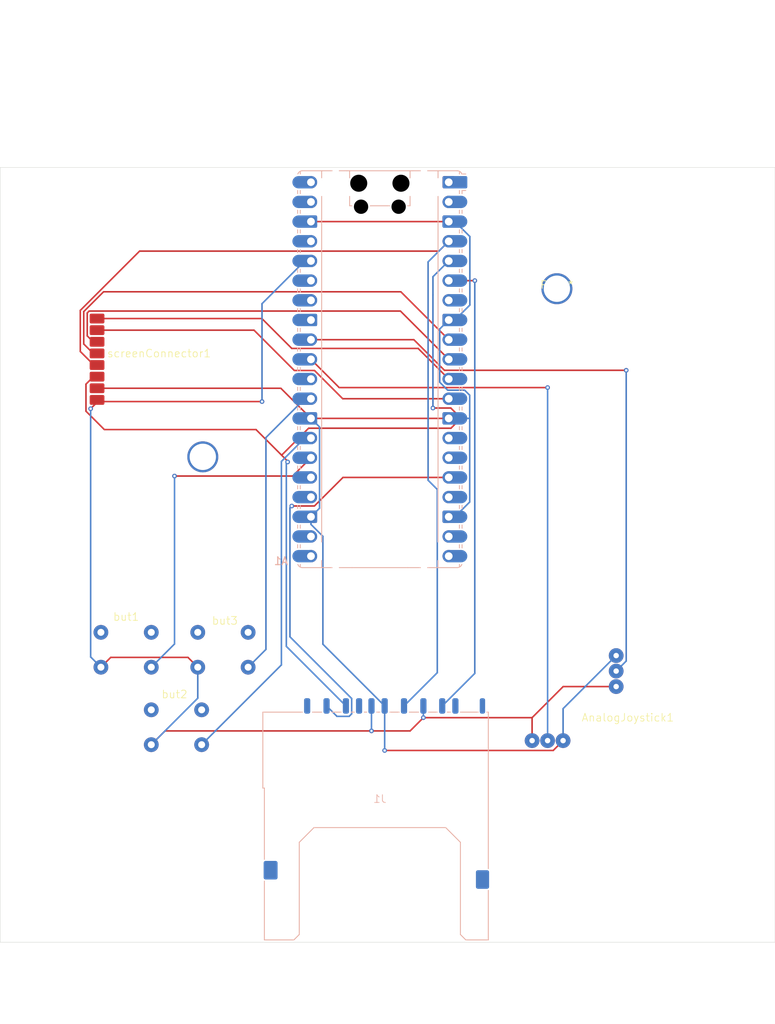
<source format=kicad_pcb>
(kicad_pcb (version 20241229) (generator "pcbnew") (generator_version "9.0")
  (title_block (title "WTAIFIPO") (date "2025-03-20") (rev "1") (company "Ozzys"))
  (layers (0 "F.Cu" signal) (2 "B.Cu" signal) (13 "F.Paste" user) (15 "B.Paste" user) (5 "F.SilkS" user "F.Silkscreen") (7 "B.SilkS" user "B.Silkscreen") (1 "F.Mask" user) (3 "B.Mask" user) (25 "Edge.Cuts" user))
  (net 0 "")
  (net 1 "unconnected-(A1-GPIO11-Pad15)")
  (net 2 "unconnected-(A1-3V3_EN-Pad37)")
  (net 3 "unconnected-(A1-VSYS-Pad39)")
  (net 4 "GROUND")
  (net 5 "SCR_DC")
  (net 6 "unconnected-(A1-GPIO19-Pad25)")
  (net 7 "VCC")
  (net 8 "MMC_CS")
  (net 9 "unconnected-(A1-GPIO5-Pad7)")
  (net 10 "unconnected-(A1-GPIO13-Pad17)")
  (net 11 "unconnected-(A1-GPIO10-Pad14)")
  (net 12 "pinOne")
  (net 13 "SCR_RST")
  (net 14 "unconnected-(A1-ADC_VREF-Pad35)")
  (net 15 "MOSI")
  (net 16 "unconnected-(A1-RUN-Pad30)")
  (net 17 "unconnected-(A1-GPIO17-Pad22)")
  (net 18 "unconnected-(A1-VBUS-Pad40)")
  (net 19 "SCR_BL")
  (net 20 "CLOCK")
  (net 21 "unconnected-(A1-GPIO28_ADC2-Pad34)")
  (net 22 "JOYx")
  (net 23 "unconnected-(A1-GPIO0-Pad1)")
  (net 24 "unconnected-(A1-AGND-Pad33)")
  (net 25 "JOYy")
  (net 26 "unconnected-(A1-GPIO14-Pad19)")
  (net 27 "unconnected-(A1-GPIO18-Pad24)")
  (net 28 "pinTwo")
  (net 29 "pinThree")
  (net 30 "MISO")
  (net 31 "SCR_CS")
  (net 32 "unconnected-(A1-GPIO16-Pad21)")
  (net 33 "unconnected-(A1-GPIO15-Pad20)")
  (net 34 "unconnected-(A1-GPIO1-Pad2)")
  (footprint "MyLibrary:Untitled" (layer "F.Cu") (at 78.75 98.75)
    (property "Reference" "but2" (at -0.25 -4.25 0) (layer "F.SilkS") (effects (font (thickness 0.1))))
    (property "Value" "~")
    (pad "1" thru_hole circle (at -3.25 -2.25) (size 1.905 1.905) (drill 0.9) (layers "*.Cu" "*.Mask"))
    (pad "2" thru_hole circle (at -3.25 2.25) (size 1.905 1.905) (drill 0.9) (layers "*.Cu" "*.Mask") (net 7 "VCC"))
    (pad "3" thru_hole circle (at 3.25 -2.25) (size 1.905 1.905) (drill 0.9) (layers "*.Cu" "*.Mask"))
    (pad "4" thru_hole circle (at 3.25 2.25) (size 1.905 1.905) (drill 0.9) (layers "*.Cu" "*.Mask") (net 28 "pinTwo"))
  )
  (footprint "MyLibrary:Untitled_3" (layer "F.Cu") (at 68.5 54)
    (property "Reference" "screenConnector1" (at 8 -3.5 0) (layer "F.SilkS") (effects (font (thickness 0.1))))
    (property "Value" "~")
    (pad "1" smd roundrect (at 0 -8) (size 1.905 1.27) (layers "F.Cu" "F.Mask" "F.Paste") (roundrect_rratio 0.15) (net 19 "SCR_BL"))
    (pad "2" smd roundrect (at 0 -6.5) (size 1.905 1.27) (layers "F.Cu" "F.Mask" "F.Paste") (roundrect_rratio 0.15) (net 13 "SCR_RST"))
    (pad "3" smd roundrect (at 0 -5) (size 1.905 1.27) (layers "F.Cu" "F.Mask" "F.Paste") (roundrect_rratio 0.15) (net 5 "SCR_DC"))
    (pad "4" smd roundrect (at 0 -3.5) (size 1.905 1.27) (layers "F.Cu" "F.Mask" "F.Paste") (roundrect_rratio 0.15) (net 31 "SCR_CS"))
    (pad "5" smd roundrect (at 0 -2) (size 1.905 1.27) (layers "F.Cu" "F.Mask" "F.Paste") (roundrect_rratio 0.15) (net 20 "CLOCK"))
    (pad "6" smd roundrect (at 0 -0.5) (size 1.905 1.27) (layers "F.Cu" "F.Mask" "F.Paste") (roundrect_rratio 0.15) (net 15 "MOSI"))
    (pad "7" smd roundrect (at 0 1) (size 1.905 1.27) (layers "F.Cu" "F.Mask" "F.Paste") (roundrect_rratio 0.15) (net 4 "GROUND"))
    (pad "8" smd roundrect (at 0 2.5) (size 1.905 1.27) (layers "F.Cu" "F.Mask" "F.Paste") (roundrect_rratio 0.15) (net 7 "VCC"))
  )
  (footprint "MyLibrary:Untitled" (layer "F.Cu") (at 72.25 88.75)
    (property "Reference" "but1" (at 0 -4.25 0) (layer "F.SilkS") (effects (font (thickness 0.1))))
    (property "Value" "~")
    (pad "1" thru_hole circle (at -3.25 -2.25) (size 1.905 1.905) (drill 0.9) (layers "*.Cu" "*.Mask"))
    (pad "2" thru_hole circle (at -3.25 2.25) (size 1.905 1.905) (drill 0.9) (layers "*.Cu" "*.Mask") (net 7 "VCC"))
    (pad "3" thru_hole circle (at 3.25 -2.25) (size 1.905 1.905) (drill 0.9) (layers "*.Cu" "*.Mask"))
    (pad "4" thru_hole circle (at 3.25 2.25) (size 1.905 1.905) (drill 0.9) (layers "*.Cu" "*.Mask") (net 29 "pinThree"))
  )
  (footprint "MyLibrary:drilledHole" (layer "F.Cu") (at 82.15 63.85)
    (property "Reference" "e" (at 0 -0.5 0) (layer "F.SilkS") (effects (font (thickness 0.1))))
    (property "Value" "drilledHole")
    (pad "1" thru_hole circle (at 0 0) (size 4 4) (drill 3.4) (layers "*.Cu" "*.Mask"))
  )
  (footprint "MyLibrary:drilledHole" (layer "F.Cu") (at 127.85 42.15)
    (property "Reference" "REF**" (at 0 -0.5 0) (layer "F.SilkS") (effects (font (thickness 0.1))))
    (property "Value" "drilledHole")
    (pad "1" thru_hole circle (at 0 0) (size 4 4) (drill 3.4) (layers "*.Cu" "*.Mask"))
  )
  (footprint "MyLibrary:Untitled" (layer "F.Cu") (at 84.75 88.75)
    (property "Reference" "but3" (at 0.25 -3.75 0) (layer "F.SilkS") (effects (font (thickness 0.1))))
    (property "Value" "~")
    (pad "1" thru_hole circle (at -3.25 -2.25) (size 1.905 1.905) (drill 0.9) (layers "*.Cu" "*.Mask"))
    (pad "2" thru_hole circle (at -3.25 2.25) (size 1.905 1.905) (drill 0.9) (layers "*.Cu" "*.Mask") (net 7 "VCC"))
    (pad "3" thru_hole circle (at 3.25 -2.25) (size 1.905 1.905) (drill 0.9) (layers "*.Cu" "*.Mask"))
    (pad "4" thru_hole circle (at 3.25 2.25) (size 1.905 1.905) (drill 0.9) (layers "*.Cu" "*.Mask") (net 12 "pinOne"))
  )
  (footprint "Library:2djoystick" (layer "F.Cu") (at 126.65 91.5)
    (property "Reference" "AnalogJoystick1" (at 10.35 6 0) (layer "F.SilkS") (effects (font (thickness 0.1))))
    (property "Value" "~")
    (pad "1" thru_hole circle (at 8.85 0) (size 1.905 1.905) (drill 0.7) (layers "*.Cu" "*.Mask") (net 22 "JOYx"))
    (pad "2" thru_hole circle (at 8.85 -2) (size 1.905 1.905) (drill 0.7) (layers "*.Cu" "*.Mask") (net 4 "GROUND"))
    (pad "3" thru_hole circle (at 8.85 2) (size 1.905 1.905) (drill 0.7) (layers "*.Cu" "*.Mask") (net 7 "VCC"))
    (pad "4" thru_hole circle (at 0 8.975) (size 1.905 1.905) (drill 0.7) (layers "*.Cu" "*.Mask") (net 25 "JOYy"))
    (pad "5" thru_hole circle (at 2 8.975) (size 1.905 1.905) (drill 0.7) (layers "*.Cu" "*.Mask") (net 4 "GROUND"))
    (pad "6" thru_hole circle (at -2 8.975) (size 1.905 1.905) (drill 0.7) (layers "*.Cu" "*.Mask") (net 7 "VCC"))
  )
  (footprint "MyLibrary:Untitled_2" (layer "B.Cu") (at 105 108.5 180)
    (property "Reference" "J1" (at 0 0.5 0) (layer "B.SilkS") (effects (font (thickness 0.1)) (justify mirror)))
    (property "Value" "SD_Card_Receptacle")
    (pad "" np_thru_hole circle (at -12.1 -12) (size 1.5 1.5) (drill 1.5) (layers "*.Cu" "*.Mask"))
    (pad "" np_thru_hole circle (at 12.1 -12) (size 1.5 1.5) (drill 1.5) (layers "*.Cu" "*.Mask"))
    (pad "1" smd roundrect (at 6.88 12.5 180) (size 0.8 2) (layers "B.Cu" "B.Mask" "B.Paste") (roundrect_rratio 0.313) (net 8 "MMC_CS"))
    (pad "2" smd roundrect (at 4.38 12.5 180) (size 0.8 2) (layers "B.Cu" "B.Mask" "B.Paste") (roundrect_rratio 0.313) (net 15 "MOSI"))
    (pad "3" smd roundrect (at 1.08 12.5 180) (size 0.8 2) (layers "B.Cu" "B.Mask" "B.Paste") (roundrect_rratio 0.313) (net 7 "VCC"))
    (pad "4" smd roundrect (at -0.62 12.5 180) (size 0.8 2) (layers "B.Cu" "B.Mask" "B.Paste") (roundrect_rratio 0.313) (net 4 "GROUND"))
    (pad "5" smd roundrect (at -3.12 12.5 180) (size 0.8 2) (layers "B.Cu" "B.Mask" "B.Paste") (roundrect_rratio 0.313) (net 20 "CLOCK"))
    (pad "6" smd roundrect (at -5.62 12.5 180) (size 0.8 2) (layers "B.Cu" "B.Mask" "B.Paste") (roundrect_rratio 0.313) (net 7 "VCC"))
    (pad "7" smd roundrect (at -8.05 12.5 180) (size 0.8 2) (layers "B.Cu" "B.Mask" "B.Paste") (roundrect_rratio 0.313) (net 30 "MISO"))
    (pad "8" smd roundrect (at -9.75 12.5 180) (size 0.8 2) (layers "B.Cu" "B.Mask" "B.Paste") (roundrect_rratio 0.313))
    (pad "9" smd roundrect (at 9.38 12.5 180) (size 0.8 2) (layers "B.Cu" "B.Mask" "B.Paste") (roundrect_rratio 0.313))
    (pad "10" smd roundrect (at 2.68 12.5 180) (size 0.8 2) (layers "B.Cu" "B.Mask" "B.Paste") (roundrect_rratio 0.313))
    (pad "11" smd roundrect (at -13.24 12.5 180) (size 0.7 2) (layers "B.Cu" "B.Mask" "B.Paste") (roundrect_rratio 0.357))
    (pad "12" smd roundrect (at 14.1 -8.7 180) (size 1.8 2.4) (layers "B.Cu" "B.Mask" "B.Paste") (roundrect_rratio 0.139))
    (pad "13" smd roundrect (at -13.25 -9.9 180) (size 1.7 2.4) (layers "B.Cu" "B.Mask" "B.Paste") (roundrect_rratio 0.147))
  )
  (footprint "Module:RaspberryPi_Pico_Common_Unspecified" (layer "B.Cu") (at 105 52.5375 180)
    (property "Reference" "A1" (at 11.7475 -24.765 0) (layer "B.SilkS") (effects (justify left mirror)))
    (property "Value" "RaspberryPi_Pico")
    (pad "" np_thru_hole circle (at -2.725 24 180) (size 2.2 2.2) (drill 2.2) (layers "*.Mask"))
    (pad "" np_thru_hole circle (at -2.425 20.97 180) (size 1.85 1.85) (drill 1.85) (layers "*.Mask"))
    (pad "" np_thru_hole circle (at 2.425 20.97 180) (size 1.85 1.85) (drill 1.85) (layers "*.Mask"))
    (pad "" np_thru_hole circle (at 2.725 24 180) (size 2.2 2.2) (drill 2.2) (layers "*.Mask"))
    (pad "1" smd custom (at -9.69 24.13 180) (size 1.6 0.8) (layers "B.Cu" "B.Mask") (net 23 "unconnected-(A1-GPIO0-Pad1)") (options (clearance outline) (anchor rect)) (primitives (gr_circle (center 0.8 0) (end 1.6 0) (width 0) (fill yes)) (gr_poly (pts (xy -1.6 0.6) (xy -1.6 -0.6) (xy -1.4 -0.8) (xy 0.8 -0.8) (xy 0.8 0.8) (xy -1.4 0.8)) (width 0) (fill yes)) (gr_circle (center -1.4 0.6) (end -1.2 0.6) (width 0) (fill yes)) (gr_circle (center -1.4 -0.6) (end -1.2 -0.6) (width 0) (fill yes))))
    (pad "1" thru_hole roundrect (at -8.89 24.13 180) (size 1.6 1.6) (drill 1) (layers "*.Cu" "*.Mask") (roundrect_rratio 0.125) (net 23 "unconnected-(A1-GPIO0-Pad1)"))
    (pad "2" smd roundrect (at -9.69 21.59 180) (size 3.2 1.6) (layers "B.Cu" "B.Mask") (roundrect_rratio 0.5) (net 34 "unconnected-(A1-GPIO1-Pad2)"))
    (pad "2" thru_hole circle (at -8.89 21.59 180) (size 1.6 1.6) (drill 1) (layers "*.Cu" "*.Mask") (net 34 "unconnected-(A1-GPIO1-Pad2)"))
    (pad "3" smd custom (at -9.69 19.05 180) (size 1.6 0.8) (layers "B.Cu" "B.Mask") (net 4 "GROUND") (options (clearance outline) (anchor rect)) (primitives (gr_circle (center -0.8 0) (end 0 0) (width 0) (fill yes)) (gr_poly (pts (xy 1.6 0.6) (xy 1.6 -0.6) (xy 1.4 -0.8) (xy -0.8 -0.8) (xy -0.8 0.8) (xy 1.4 0.8)) (width 0) (fill yes)) (gr_circle (center 1.4 0.6) (end 1.6 0.6) (width 0) (fill yes)) (gr_circle (center 1.4 -0.6) (end 1.6 -0.6) (width 0) (fill yes))))
    (pad "3" thru_hole custom (at -8.89 19.05 180) (size 1.6 1.6) (drill 1) (layers "*.Cu" "*.Mask") (net 4 "GROUND") (options (clearance outline) (anchor circle)) (primitives (gr_poly (pts (xy 0.8 -0.6) (xy 0.8 0.6) (xy 0.6 0.8) (xy 0 0.8) (xy 0 -0.8) (xy 0.6 -0.8)) (width 0) (fill yes)) (gr_circle (center 0.6 -0.6) (end 0.8 -0.6) (width 0) (fill yes)) (gr_circle (center 0.6 0.6) (end 0.8 0.6) (width 0) (fill yes))))
    (pad "4" smd roundrect (at -9.69 16.51 180) (size 3.2 1.6) (layers "B.Cu" "B.Mask") (roundrect_rratio 0.5) (net 20 "CLOCK"))
    (pad "4" thru_hole circle (at -8.89 16.51 180) (size 1.6 1.6) (drill 1) (layers "*.Cu" "*.Mask") (net 20 "CLOCK"))
    (pad "5" smd roundrect (at -9.69 13.97 180) (size 3.2 1.6) (layers "B.Cu" "B.Mask") (roundrect_rratio 0.5) (net 15 "MOSI"))
    (pad "5" thru_hole circle (at -8.89 13.97 180) (size 1.6 1.6) (drill 1) (layers "*.Cu" "*.Mask") (net 15 "MOSI"))
    (pad "6" smd roundrect (at -9.69 11.43 180) (size 3.2 1.6) (layers "B.Cu" "B.Mask") (roundrect_rratio 0.5) (net 30 "MISO"))
    (pad "6" thru_hole circle (at -8.89 11.43 180) (size 1.6 1.6) (drill 1) (layers "*.Cu" "*.Mask") (net 30 "MISO"))
    (pad "7" smd roundrect (at -9.69 8.89 180) (size 3.2 1.6) (layers "B.Cu" "B.Mask") (roundrect_rratio 0.5) (net 9 "unconnected-(A1-GPIO5-Pad7)"))
    (pad "7" thru_hole circle (at -8.89 8.89 180) (size 1.6 1.6) (drill 1) (layers "*.Cu" "*.Mask") (net 9 "unconnected-(A1-GPIO5-Pad7)"))
    (pad "8" smd custom (at -9.69 6.35 180) (size 1.6 0.8) (layers "B.Cu" "B.Mask") (net 4 "GROUND") (options (clearance outline) (anchor rect)) (primitives (gr_circle (center -0.8 0) (end 0 0) (width 0) (fill yes)) (gr_poly (pts (xy 1.6 0.6) (xy 1.6 -0.6) (xy 1.4 -0.8) (xy -0.8 -0.8) (xy -0.8 0.8) (xy 1.4 0.8)) (width 0) (fill yes)) (gr_circle (center 1.4 0.6) (end 1.6 0.6) (width 0) (fill yes)) (gr_circle (center 1.4 -0.6) (end 1.6 -0.6) (width 0) (fill yes))))
    (pad "8" thru_hole custom (at -8.89 6.35 180) (size 1.6 1.6) (drill 1) (layers "*.Cu" "*.Mask") (net 4 "GROUND") (options (clearance outline) (anchor circle)) (primitives (gr_poly (pts (xy 0.8 -0.6) (xy 0.8 0.6) (xy 0.6 0.8) (xy 0 0.8) (xy 0 -0.8) (xy 0.6 -0.8)) (width 0) (fill yes)) (gr_circle (center 0.6 -0.6) (end 0.8 -0.6) (width 0) (fill yes)) (gr_circle (center 0.6 0.6) (end 0.8 0.6) (width 0) (fill yes))))
    (pad "9" smd roundrect (at -9.69 3.81 180) (size 3.2 1.6) (layers "B.Cu" "B.Mask") (roundrect_rratio 0.5) (net 31 "SCR_CS"))
    (pad "9" thru_hole circle (at -8.89 3.81 180) (size 1.6 1.6) (drill 1) (layers "*.Cu" "*.Mask") (net 31 "SCR_CS"))
    (pad "10" smd roundrect (at -9.69 1.27 180) (size 3.2 1.6) (layers "B.Cu" "B.Mask") (roundrect_rratio 0.5) (net 5 "SCR_DC"))
    (pad "10" thru_hole circle (at -8.89 1.27 180) (size 1.6 1.6) (drill 1) (layers "*.Cu" "*.Mask") (net 5 "SCR_DC"))
    (pad "11" smd roundrect (at -9.69 -1.27 180) (size 3.2 1.6) (layers "B.Cu" "B.Mask") (roundrect_rratio 0.5) (net 19 "SCR_BL"))
    (pad "11" thru_hole circle (at -8.89 -1.27 180) (size 1.6 1.6) (drill 1) (layers "*.Cu" "*.Mask") (net 19 "SCR_BL"))
    (pad "12" smd roundrect (at -9.69 -3.81 180) (size 3.2 1.6) (layers "B.Cu" "B.Mask") (roundrect_rratio 0.5) (net 13 "SCR_RST"))
    (pad "12" thru_hole circle (at -8.89 -3.81 180) (size 1.6 1.6) (drill 1) (layers "*.Cu" "*.Mask") (net 13 "SCR_RST"))
    (pad "13" smd custom (at -9.69 -6.35 180) (size 1.6 0.8) (layers "B.Cu" "B.Mask") (net 4 "GROUND") (options (clearance outline) (anchor rect)) (primitives (gr_circle (center -0.8 0) (end 0 0) (width 0) (fill yes)) (gr_poly (pts (xy 1.6 0.6) (xy 1.6 -0.6) (xy 1.4 -0.8) (xy -0.8 -0.8) (xy -0.8 0.8) (xy 1.4 0.8)) (width 0) (fill yes)) (gr_circle (center 1.4 0.6) (end 1.6 0.6) (width 0) (fill yes)) (gr_circle (center 1.4 -0.6) (end 1.6 -0.6) (width 0) (fill yes))))
    (pad "13" thru_hole custom (at -8.89 -6.35 180) (size 1.6 1.6) (drill 1) (layers "*.Cu" "*.Mask") (net 4 "GROUND") (options (clearance outline) (anchor circle)) (primitives (gr_poly (pts (xy 0.8 -0.6) (xy 0.8 0.6) (xy 0.6 0.8) (xy 0 0.8) (xy 0 -0.8) (xy 0.6 -0.8)) (width 0) (fill yes)) (gr_circle (center 0.6 -0.6) (end 0.8 -0.6) (width 0) (fill yes)) (gr_circle (center 0.6 0.6) (end 0.8 0.6) (width 0) (fill yes))))
    (pad "14" smd roundrect (at -9.69 -8.89 180) (size 3.2 1.6) (layers "B.Cu" "B.Mask") (roundrect_rratio 0.5) (net 11 "unconnected-(A1-GPIO10-Pad14)"))
    (pad "14" thru_hole circle (at -8.89 -8.89 180) (size 1.6 1.6) (drill 1) (layers "*.Cu" "*.Mask") (net 11 "unconnected-(A1-GPIO10-Pad14)"))
    (pad "15" smd roundrect (at -9.69 -11.43 180) (size 3.2 1.6) (layers "B.Cu" "B.Mask") (roundrect_rratio 0.5) (net 1 "unconnected-(A1-GPIO11-Pad15)"))
    (pad "15" thru_hole circle (at -8.89 -11.43 180) (size 1.6 1.6) (drill 1) (layers "*.Cu" "*.Mask") (net 1 "unconnected-(A1-GPIO11-Pad15)"))
    (pad "16" smd roundrect (at -9.69 -13.97 180) (size 3.2 1.6) (layers "B.Cu" "B.Mask") (roundrect_rratio 0.5) (net 8 "MMC_CS"))
    (pad "16" thru_hole circle (at -8.89 -13.97 180) (size 1.6 1.6) (drill 1) (layers "*.Cu" "*.Mask") (net 8 "MMC_CS"))
    (pad "17" smd roundrect (at -9.69 -16.51 180) (size 3.2 1.6) (layers "B.Cu" "B.Mask") (roundrect_rratio 0.5) (net 10 "unconnected-(A1-GPIO13-Pad17)"))
    (pad "17" thru_hole circle (at -8.89 -16.51 180) (size 1.6 1.6) (drill 1) (layers "*.Cu" "*.Mask") (net 10 "unconnected-(A1-GPIO13-Pad17)"))
    (pad "18" smd custom (at -9.69 -19.05 180) (size 1.6 0.8) (layers "B.Cu" "B.Mask") (net 4 "GROUND") (options (clearance outline) (anchor rect)) (primitives (gr_circle (center -0.8 0) (end 0 0) (width 0) (fill yes)) (gr_poly (pts (xy 1.6 0.6) (xy 1.6 -0.6) (xy 1.4 -0.8) (xy -0.8 -0.8) (xy -0.8 0.8) (xy 1.4 0.8)) (width 0) (fill yes)) (gr_circle (center 1.4 0.6) (end 1.6 0.6) (width 0) (fill yes)) (gr_circle (center 1.4 -0.6) (end 1.6 -0.6) (width 0) (fill yes))))
    (pad "18" thru_hole custom (at -8.89 -19.05 180) (size 1.6 1.6) (drill 1) (layers "*.Cu" "*.Mask") (net 4 "GROUND") (options (clearance outline) (anchor circle)) (primitives (gr_poly (pts (xy 0.8 -0.6) (xy 0.8 0.6) (xy 0.6 0.8) (xy 0 0.8) (xy 0 -0.8) (xy 0.6 -0.8)) (width 0) (fill yes)) (gr_circle (center 0.6 -0.6) (end 0.8 -0.6) (width 0) (fill yes)) (gr_circle (center 0.6 0.6) (end 0.8 0.6) (width 0) (fill yes))))
    (pad "19" smd roundrect (at -9.69 -21.59 180) (size 3.2 1.6) (layers "B.Cu" "B.Mask") (roundrect_rratio 0.5) (net 26 "unconnected-(A1-GPIO14-Pad19)"))
    (pad "19" thru_hole circle (at -8.89 -21.59 180) (size 1.6 1.6) (drill 1) (layers "*.Cu" "*.Mask") (net 26 "unconnected-(A1-GPIO14-Pad19)"))
    (pad "20" smd roundrect (at -9.69 -24.13 180) (size 3.2 1.6) (layers "B.Cu" "B.Mask") (roundrect_rratio 0.5) (net 33 "unconnected-(A1-GPIO15-Pad20)"))
    (pad "20" thru_hole circle (at -8.89 -24.13 180) (size 1.6 1.6) (drill 1) (layers "*.Cu" "*.Mask") (net 33 "unconnected-(A1-GPIO15-Pad20)"))
    (pad "21" thru_hole circle (at 8.89 -24.13 180) (size 1.6 1.6) (drill 1) (layers "*.Cu" "*.Mask") (net 32 "unconnected-(A1-GPIO16-Pad21)"))
    (pad "21" smd roundrect (at 9.69 -24.13 180) (size 3.2 1.6) (layers "B.Cu" "B.Mask") (roundrect_rratio 0.5) (net 32 "unconnected-(A1-GPIO16-Pad21)"))
    (pad "22" thru_hole circle (at 8.89 -21.59 180) (size 1.6 1.6) (drill 1) (layers "*.Cu" "*.Mask") (net 17 "unconnected-(A1-GPIO17-Pad22)"))
    (pad "22" smd roundrect (at 9.69 -21.59 180) (size 3.2 1.6) (layers "B.Cu" "B.Mask") (roundrect_rratio 0.5) (net 17 "unconnected-(A1-GPIO17-Pad22)"))
    (pad "23" thru_hole custom (at 8.89 -19.05 180) (size 1.6 1.6) (drill 1) (layers "*.Cu" "*.Mask") (net 4 "GROUND") (options (clearance outline) (anchor circle)) (primitives (gr_poly (pts (xy -0.8 -0.6) (xy -0.8 0.6) (xy -0.6 0.8) (xy 0 0.8) (xy 0 -0.8) (xy -0.6 -0.8)) (width 0) (fill yes)) (gr_circle (center -0.6 -0.6) (end -0.4 -0.6) (width 0) (fill yes)) (gr_circle (center -0.6 0.6) (end -0.4 0.6) (width 0) (fill yes))))
    (pad "23" smd custom (at 9.69 -19.05 180) (size 1.6 0.8) (layers "B.Cu" "B.Mask") (net 4 "GROUND") (options (clearance outline) (anchor rect)) (primitives (gr_circle (center 0.8 0) (end 1.6 0) (width 0) (fill yes)) (gr_poly (pts (xy -1.6 0.6) (xy -1.6 -0.6) (xy -1.4 -0.8) (xy 0.8 -0.8) (xy 0.8 0.8) (xy -1.4 0.8)) (width 0) (fill yes)) (gr_circle (center -1.4 0.6) (end -1.2 0.6) (width 0) (fill yes)) (gr_circle (center -1.4 -0.6) (end -1.2 -0.6) (width 0) (fill yes))))
    (pad "24" thru_hole circle (at 8.89 -16.51 180) (size 1.6 1.6) (drill 1) (layers "*.Cu" "*.Mask") (net 27 "unconnected-(A1-GPIO18-Pad24)"))
    (pad "24" smd roundrect (at 9.69 -16.51 180) (size 3.2 1.6) (layers "B.Cu" "B.Mask") (roundrect_rratio 0.5) (net 27 "unconnected-(A1-GPIO18-Pad24)"))
    (pad "25" thru_hole circle (at 8.89 -13.97 180) (size 1.6 1.6) (drill 1) (layers "*.Cu" "*.Mask") (net 6 "unconnected-(A1-GPIO19-Pad25)"))
    (pad "25" smd roundrect (at 9.69 -13.97 180) (size 3.2 1.6) (layers "B.Cu" "B.Mask") (roundrect_rratio 0.5) (net 6 "unconnected-(A1-GPIO19-Pad25)"))
    (pad "26" thru_hole circle (at 8.89 -11.43 180) (size 1.6 1.6) (drill 1) (layers "*.Cu" "*.Mask") (net 29 "pinThree"))
    (pad "26" smd roundrect (at 9.69 -11.43 180) (size 3.2 1.6) (layers "B.Cu" "B.Mask") (roundrect_rratio 0.5) (net 29 "pinThree"))
    (pad "27" thru_hole circle (at 8.89 -8.89 180) (size 1.6 1.6) (drill 1) (layers "*.Cu" "*.Mask") (net 28 "pinTwo"))
    (pad "27" smd roundrect (at 9.69 -8.89 180) (size 3.2 1.6) (layers "B.Cu" "B.Mask") (roundrect_rratio 0.5) (net 28 "pinTwo"))
    (pad "28" thru_hole custom (at 8.89 -6.35 180) (size 1.6 1.6) (drill 1) (layers "*.Cu" "*.Mask") (net 4 "GROUND") (options (clearance outline) (anchor circle)) (primitives (gr_poly (pts (xy -0.8 -0.6) (xy -0.8 0.6) (xy -0.6 0.8) (xy 0 0.8) (xy 0 -0.8) (xy -0.6 -0.8)) (width 0) (fill yes)) (gr_circle (center -0.6 -0.6) (end -0.4 -0.6) (width 0) (fill yes)) (gr_circle (center -0.6 0.6) (end -0.4 0.6) (width 0) (fill yes))))
    (pad "28" smd custom (at 9.69 -6.35 180) (size 1.6 0.8) (layers "B.Cu" "B.Mask") (net 4 "GROUND") (options (clearance outline) (anchor rect)) (primitives (gr_circle (center 0.8 0) (end 1.6 0) (width 0) (fill yes)) (gr_poly (pts (xy -1.6 0.6) (xy -1.6 -0.6) (xy -1.4 -0.8) (xy 0.8 -0.8) (xy 0.8 0.8) (xy -1.4 0.8)) (width 0) (fill yes)) (gr_circle (center -1.4 0.6) (end -1.2 0.6) (width 0) (fill yes)) (gr_circle (center -1.4 -0.6) (end -1.2 -0.6) (width 0) (fill yes))))
    (pad "29" thru_hole circle (at 8.89 -3.81 180) (size 1.6 1.6) (drill 1) (layers "*.Cu" "*.Mask") (net 12 "pinOne"))
    (pad "29" smd roundrect (at 9.69 -3.81 180) (size 3.2 1.6) (layers "B.Cu" "B.Mask") (roundrect_rratio 0.5) (net 12 "pinOne"))
    (pad "30" thru_hole circle (at 8.89 -1.27 180) (size 1.6 1.6) (drill 1) (layers "*.Cu" "*.Mask") (net 16 "unconnected-(A1-RUN-Pad30)"))
    (pad "30" smd roundrect (at 9.69 -1.27 180) (size 3.2 1.6) (layers "B.Cu" "B.Mask") (roundrect_rratio 0.5) (net 16 "unconnected-(A1-RUN-Pad30)"))
    (pad "31" thru_hole circle (at 8.89 1.27 180) (size 1.6 1.6) (drill 1) (layers "*.Cu" "*.Mask") (net 25 "JOYy"))
    (pad "31" smd roundrect (at 9.69 1.27 180) (size 3.2 1.6) (layers "B.Cu" "B.Mask") (roundrect_rratio 0.5) (net 25 "JOYy"))
    (pad "32" thru_hole circle (at 8.89 3.81 180) (size 1.6 1.6) (drill 1) (layers "*.Cu" "*.Mask") (net 22 "JOYx"))
    (pad "32" smd roundrect (at 9.69 3.81 180) (size 3.2 1.6) (layers "B.Cu" "B.Mask") (roundrect_rratio 0.5) (net 22 "JOYx"))
    (pad "33" thru_hole custom (at 8.89 6.35 180) (size 1.6 1.6) (drill 1) (layers "*.Cu" "*.Mask") (net 24 "unconnected-(A1-AGND-Pad33)") (options (clearance outline) (anchor circle)) (primitives (gr_poly (pts (xy -0.8 -0.6) (xy -0.8 0.6) (xy -0.6 0.8) (xy 0 0.8) (xy 0 -0.8) (xy -0.6 -0.8)) (width 0) (fill yes)) (gr_circle (center -0.6 -0.6) (end -0.4 -0.6) (width 0) (fill yes)) (gr_circle (center -0.6 0.6) (end -0.4 0.6) (width 0) (fill yes))))
    (pad "33" smd custom (at 9.69 6.35 180) (size 1.6 0.8) (layers "B.Cu" "B.Mask") (net 24 "unconnected-(A1-AGND-Pad33)") (options (clearance outline) (anchor rect)) (primitives (gr_circle (center 0.8 0) (end 1.6 0) (width 0) (fill yes)) (gr_poly (pts (xy -1.6 0.6) (xy -1.6 -0.6) (xy -1.4 -0.8) (xy 0.8 -0.8) (xy 0.8 0.8) (xy -1.4 0.8)) (width 0) (fill yes)) (gr_circle (center -1.4 0.6) (end -1.2 0.6) (width 0) (fill yes)) (gr_circle (center -1.4 -0.6) (end -1.2 -0.6) (width 0) (fill yes))))
    (pad "34" thru_hole circle (at 8.89 8.89 180) (size 1.6 1.6) (drill 1) (layers "*.Cu" "*.Mask") (net 21 "unconnected-(A1-GPIO28_ADC2-Pad34)"))
    (pad "34" smd roundrect (at 9.69 8.89 180) (size 3.2 1.6) (layers "B.Cu" "B.Mask") (roundrect_rratio 0.5) (net 21 "unconnected-(A1-GPIO28_ADC2-Pad34)"))
    (pad "35" thru_hole circle (at 8.89 11.43 180) (size 1.6 1.6) (drill 1) (layers "*.Cu" "*.Mask") (net 14 "unconnected-(A1-ADC_VREF-Pad35)"))
    (pad "35" smd roundrect (at 9.69 11.43 180) (size 3.2 1.6) (layers "B.Cu" "B.Mask") (roundrect_rratio 0.5) (net 14 "unconnected-(A1-ADC_VREF-Pad35)"))
    (pad "36" thru_hole circle (at 8.89 13.97 180) (size 1.6 1.6) (drill 1) (layers "*.Cu" "*.Mask") (net 7 "VCC"))
    (pad "36" smd roundrect (at 9.69 13.97 180) (size 3.2 1.6) (layers "B.Cu" "B.Mask") (roundrect_rratio 0.5) (net 7 "VCC"))
    (pad "37" thru_hole circle (at 8.89 16.51 180) (size 1.6 1.6) (drill 1) (layers "*.Cu" "*.Mask") (net 2 "unconnected-(A1-3V3_EN-Pad37)"))
    (pad "37" smd roundrect (at 9.69 16.51 180) (size 3.2 1.6) (layers "B.Cu" "B.Mask") (roundrect_rratio 0.5) (net 2 "unconnected-(A1-3V3_EN-Pad37)"))
    (pad "38" thru_hole custom (at 8.89 19.05 180) (size 1.6 1.6) (drill 1) (layers "*.Cu" "*.Mask") (net 4 "GROUND") (options (clearance outline) (anchor circle)) (primitives (gr_poly (pts (xy -0.8 -0.6) (xy -0.8 0.6) (xy -0.6 0.8) (xy 0 0.8) (xy 0 -0.8) (xy -0.6 -0.8)) (width 0) (fill yes)) (gr_circle (center -0.6 -0.6) (end -0.4 -0.6) (width 0) (fill yes)) (gr_circle (center -0.6 0.6) (end -0.4 0.6) (width 0) (fill yes))))
    (pad "38" smd custom (at 9.69 19.05 180) (size 1.6 0.8) (layers "B.Cu" "B.Mask") (net 4 "GROUND") (options (clearance outline) (anchor rect)) (primitives (gr_circle (center 0.8 0) (end 1.6 0) (width 0) (fill yes)) (gr_poly (pts (xy -1.6 0.6) (xy -1.6 -0.6) (xy -1.4 -0.8) (xy 0.8 -0.8) (xy 0.8 0.8) (xy -1.4 0.8)) (width 0) (fill yes)) (gr_circle (center -1.4 0.6) (end -1.2 0.6) (width 0) (fill yes)) (gr_circle (center -1.4 -0.6) (end -1.2 -0.6) (width 0) (fill yes))))
    (pad "39" thru_hole circle (at 8.89 21.59 180) (size 1.6 1.6) (drill 1) (layers "*.Cu" "*.Mask") (net 3 "unconnected-(A1-VSYS-Pad39)"))
    (pad "39" smd roundrect (at 9.69 21.59 180) (size 3.2 1.6) (layers "B.Cu" "B.Mask") (roundrect_rratio 0.5) (net 3 "unconnected-(A1-VSYS-Pad39)"))
    (pad "40" thru_hole circle (at 8.89 24.13 180) (size 1.6 1.6) (drill 1) (layers "*.Cu" "*.Mask") (net 18 "unconnected-(A1-VBUS-Pad40)"))
    (pad "40" smd roundrect (at 9.69 24.13 180) (size 3.2 1.6) (layers "B.Cu" "B.Mask") (roundrect_rratio 0.5) (net 18 "unconnected-(A1-VBUS-Pad40)"))
  )
  (gr_rect (start 56 26.5) (end 156 126.5) (stroke (width 0.05)) (fill no) (layer "Edge.Cuts"))
  (segment (start 113.89 63.9675) (end 114.69 63.9675) (width 0.2) (layer "B.Cu") (net 1))
  (segment (start 95.31 36.0275) (end 96.11 36.0275) (width 0.2) (layer "B.Cu") (net 2))
  (segment (start 95.31 30.9475) (end 96.11 30.9475) (width 0.2) (layer "B.Cu") (net 3))
  (segment (start 128.65 100.475) (end 127.3789 101.7461) (width 0.2) (layer "F.Cu") (net 4))
  (segment (start 127.3789 101.7461) (end 105.62 101.7461) (width 0.2) (layer "F.Cu") (net 4))
  (segment (start 92.2225 55) (end 96.11 58.8875) (width 0.2) (layer "F.Cu") (net 4))
  (segment (start 68.5 55) (end 92.2225 55) (width 0.2) (layer "F.Cu") (net 4))
  (segment (start 96.11 58.8875) (end 113.89 58.8875) (width 0.2) (layer "F.Cu") (net 4))
  (segment (start 96.11 33.4875) (end 113.89 33.4875) (width 0.2) (layer "F.Cu") (net 4))
  (via (at 105.62 101.7461) (size 0.6) (drill 0.3) (layers "F.Cu" "B.Cu") (net 4))
  (segment (start 114.69 58.8875) (end 116.5947 58.8875) (width 0.2) (layer "B.Cu") (net 4))
  (segment (start 113.89 46.1875) (end 112.7267 47.3508) (width 0.2) (layer "B.Cu") (net 4))
  (segment (start 112.7267 47.3508) (end 112.7267 54.2198) (width 0.2) (layer "B.Cu") (net 4))
  (segment (start 105.62 101.7461) (end 105.62 96) (width 0.2) (layer "B.Cu") (net 4))
  (segment (start 116.5947 55.897) (end 116.5947 58.8875) (width 0.2) (layer "B.Cu") (net 4))
  (segment (start 96.11 72.5693) (end 96.11 71.5875) (width 0.2) (layer "B.Cu") (net 4))
  (segment (start 112.7267 54.2198) (end 113.7497 55.2428) (width 0.2) (layer "B.Cu") (net 4))
  (segment (start 115.9405 55.2428) (end 116.5947 55.897) (width 0.2) (layer "B.Cu") (net 4))
  (segment (start 116.5947 58.8875) (end 116.5947 69.6828) (width 0.2) (layer "B.Cu") (net 4))
  (segment (start 116.6162 35.4137) (end 116.6162 44.2613) (width 0.2) (layer "B.Cu") (net 4))
  (segment (start 113.7497 55.2428) (end 115.9405 55.2428) (width 0.2) (layer "B.Cu") (net 4))
  (segment (start 114.69 33.4875) (end 116.6162 35.4137) (width 0.2) (layer "B.Cu") (net 4))
  (segment (start 97.6487 88.0287) (end 97.6487 74.108) (width 0.2) (layer "B.Cu") (net 4))
  (segment (start 128.65 96.35) (end 135.5 89.5) (width 0.2) (layer "B.Cu") (net 4))
  (segment (start 113.89 58.8875) (end 114.69 58.8875) (width 0.2) (layer "B.Cu") (net 4))
  (segment (start 97.2147 70.4828) (end 96.11 71.5875) (width 0.2) (layer "B.Cu") (net 4))
  (segment (start 96.11 58.8875) (end 97.2147 59.9922) (width 0.2) (layer "B.Cu") (net 4))
  (segment (start 116.5947 69.6828) (end 114.69 71.5875) (width 0.2) (layer "B.Cu") (net 4))
  (segment (start 95.31 33.4875) (end 96.11 33.4875) (width 0.2) (layer "B.Cu") (net 4))
  (segment (start 113.89 33.4875) (end 114.69 33.4875) (width 0.2) (layer "B.Cu") (net 4))
  (segment (start 113.89 71.5875) (end 114.69 71.5875) (width 0.2) (layer "B.Cu") (net 4))
  (segment (start 97.6487 74.108) (end 96.11 72.5693) (width 0.2) (layer "B.Cu") (net 4))
  (segment (start 105.62 96) (end 97.6487 88.0287) (width 0.2) (layer "B.Cu") (net 4))
  (segment (start 128.65 100.475) (end 128.65 96.35) (width 0.2) (layer "B.Cu") (net 4))
  (segment (start 97.2147 59.9922) (end 97.2147 70.4828) (width 0.2) (layer "B.Cu") (net 4))
  (segment (start 113.89 46.1875) (end 114.69 46.1875) (width 0.2) (layer "B.Cu") (net 4))
  (segment (start 95.31 58.8875) (end 96.11 58.8875) (width 0.2) (layer "B.Cu") (net 4))
  (segment (start 116.6162 44.2613) (end 114.69 46.1875) (width 0.2) (layer "B.Cu") (net 4))
  (segment (start 95.31 71.5875) (end 96.11 71.5875) (width 0.2) (layer "B.Cu") (net 4))
  (segment (start 67.2375 48.2377) (end 67.2375 45.2779) (width 0.2) (layer "F.Cu") (net 5))
  (segment (start 68.5 49) (end 67.9998 49) (width 0.2) (layer "F.Cu") (net 5))
  (segment (start 107.6544 45.0319) (end 113.89 51.2675) (width 0.2) (layer "F.Cu") (net 5))
  (segment (start 67.2375 45.2779) (end 67.4835 45.0319) (width 0.2) (layer "F.Cu") (net 5))
  (segment (start 67.4835 45.0319) (end 107.6544 45.0319) (width 0.2) (layer "F.Cu") (net 5))
  (segment (start 67.9998 49) (end 67.2375 48.2377) (width 0.2) (layer "F.Cu") (net 5))
  (segment (start 113.89 51.2675) (end 114.69 51.2675) (width 0.2) (layer "B.Cu") (net 5))
  (segment (start 95.31 66.5075) (end 96.11 66.5075) (width 0.2) (layer "B.Cu") (net 6))
  (segment (start 124.65 97.5119) (end 128.6619 93.5) (width 0.2) (layer "F.Cu") (net 7))
  (segment (start 70.2656 89.7344) (end 80.2344 89.7344) (width 0.2) (layer "F.Cu") (net 7))
  (segment (start 124.65 100.475) (end 124.65 97.5119) (width 0.2) (layer "F.Cu") (net 7))
  (segment (start 103.92 99.2223) (end 108.9096 99.2223) (width 0.2) (layer "F.Cu") (net 7))
  (segment (start 77.2777 99.2223) (end 103.92 99.2223) (width 0.2) (layer "F.Cu") (net 7))
  (segment (start 80.2344 89.7344) (end 81.5 91) (width 0.2) (layer "F.Cu") (net 7))
  (segment (start 128.6619 93.5) (end 135.5 93.5) (width 0.2) (layer "F.Cu") (net 7))
  (segment (start 124.65 97.5119) (end 110.62 97.5119) (width 0.2) (layer "F.Cu") (net 7))
  (segment (start 68.5 56.8128) (end 67.6737 57.6391) (width 0.2) (layer "F.Cu") (net 7))
  (segment (start 68.5 56.5) (end 68.5 56.7155) (width 0.2) (layer "F.Cu") (net 7))
  (segment (start 108.9096 99.2223) (end 110.62 97.5119) (width 0.2) (layer "F.Cu") (net 7))
  (segment (start 68.5 56.7155) (end 68.5 56.8128) (width 0.2) (layer "F.Cu") (net 7))
  (segment (start 69 91) (end 70.2656 89.7344) (width 0.2) (layer "F.Cu") (net 7))
  (segment (start 68.5 56.7155) (end 89.7917 56.7155) (width 0.2) (layer "F.Cu") (net 7))
  (segment (start 75.5 101) (end 77.2777 99.2223) (width 0.2) (layer "F.Cu") (net 7))
  (via (at 103.92 99.2223) (size 0.6) (drill 0.3) (layers "F.Cu" "B.Cu") (net 7))
  (via (at 67.6737 57.6391) (size 0.6) (drill 0.3) (layers "F.Cu" "B.Cu") (net 7))
  (via (at 110.62 97.5119) (size 0.6) (drill 0.3) (layers "F.Cu" "B.Cu") (net 7))
  (via (at 89.7917 56.7155) (size 0.6) (drill 0.3) (layers "F.Cu" "B.Cu") (net 7))
  (segment (start 89.7917 44.0858) (end 89.7917 56.7155) (width 0.2) (layer "B.Cu") (net 7))
  (segment (start 103.92 96) (end 103.92 99.2223) (width 0.2) (layer "B.Cu") (net 7))
  (segment (start 67.6737 89.6737) (end 67.6737 57.6391) (width 0.2) (layer "B.Cu") (net 7))
  (segment (start 95.31 38.5675) (end 89.7917 44.0858) (width 0.2) (layer "B.Cu") (net 7))
  (segment (start 81.5 95) (end 81.5 91) (width 0.2) (layer "B.Cu") (net 7))
  (segment (start 95.31 38.5675) (end 96.11 38.5675) (width 0.2) (layer "B.Cu") (net 7))
  (segment (start 69 91) (end 67.6737 89.6737) (width 0.2) (layer "B.Cu") (net 7))
  (segment (start 75.5 101) (end 81.5 95) (width 0.2) (layer "B.Cu") (net 7))
  (segment (start 110.62 96) (end 110.62 97.5119) (width 0.2) (layer "B.Cu") (net 7))
  (segment (start 113.89 66.5075) (end 100.2441 66.5075) (width 0.2) (layer "F.Cu") (net 8))
  (segment (start 96.5579 70.1937) (end 93.6317 70.1937) (width 0.2) (layer "F.Cu") (net 8))
  (segment (start 100.2441 66.5075) (end 96.5579 70.1937) (width 0.2) (layer "F.Cu") (net 8))
  (via (at 93.6317 70.1937) (size 0.6) (drill 0.3) (layers "F.Cu" "B.Cu") (net 8))
  (segment (start 93.3985 87.0769) (end 93.3985 70.4269) (width 0.2) (layer "B.Cu") (net 8))
  (segment (start 101.3611 95.0395) (end 93.3985 87.0769) (width 0.2) (layer "B.Cu") (net 8))
  (segment (start 99.4665 97.3465) (end 101.0345 97.3465) (width 0.2) (layer "B.Cu") (net 8))
  (segment (start 93.3985 70.4269) (end 93.6317 70.1937) (width 0.2) (layer "B.Cu") (net 8))
  (segment (start 101.0345 97.3465) (end 101.3611 97.0199) (width 0.2) (layer "B.Cu") (net 8))
  (segment (start 113.89 66.5075) (end 114.69 66.5075) (width 0.2) (layer "B.Cu") (net 8))
  (segment (start 101.3611 97.0199) (end 101.3611 95.0395) (width 0.2) (layer "B.Cu") (net 8))
  (segment (start 98.12 96) (end 99.4665 97.3465) (width 0.2) (layer "B.Cu") (net 8))
  (segment (start 113.89 43.6475) (end 114.69 43.6475) (width 0.2) (layer "B.Cu") (net 9))
  (segment (start 113.89 69.0475) (end 114.69 69.0475) (width 0.2) (layer "B.Cu") (net 10))
  (segment (start 113.89 61.4275) (end 114.69 61.4275) (width 0.2) (layer "B.Cu") (net 11))
  (segment (start 88 91) (end 90.2973 88.7027) (width 0.2) (layer "B.Cu") (net 12))
  (segment (start 90.2973 61.3602) (end 95.31 56.3475) (width 0.2) (layer "B.Cu") (net 12))
  (segment (start 90.2973 88.7027) (end 90.2973 61.3602) (width 0.2) (layer "B.Cu") (net 12))
  (segment (start 95.31 56.3475) (end 96.11 56.3475) (width 0.2) (layer "B.Cu") (net 12))
  (segment (start 88.7585 47.5) (end 93.9643 52.7058) (width 0.2) (layer "F.Cu") (net 13))
  (segment (start 100.2081 56.3475) (end 113.89 56.3475) (width 0.2) (layer "F.Cu") (net 13))
  (segment (start 68.5 47.5) (end 88.7585 47.5) (width 0.2) (layer "F.Cu") (net 13))
  (segment (start 96.5664 52.7058) (end 100.2081 56.3475) (width 0.2) (layer "F.Cu") (net 13))
  (segment (start 93.9643 52.7058) (end 96.5664 52.7058) (width 0.2) (layer "F.Cu") (net 13))
  (segment (start 113.89 56.3475) (end 114.69 56.3475) (width 0.2) (layer "B.Cu") (net 13))
  (segment (start 95.31 41.1075) (end 96.11 41.1075) (width 0.2) (layer "B.Cu") (net 14))
  (segment (start 95.8071 60.1548) (end 114.1797 60.1548) (width 0.2) (layer "F.Cu") (net 15))
  (segment (start 93.0984 64.411) (end 93.0984 64.5102) (width 0.2) (layer "F.Cu") (net 15))
  (segment (start 67.0719 57.9588) (end 69.4421 60.329) (width 0.2) (layer "F.Cu") (net 15))
  (segment (start 114.1797 60.1548) (end 115.0274 59.3071) (width 0.2) (layer "F.Cu") (net 15))
  (segment (start 115.0274 58.4186) (end 114.1586 57.5498) (width 0.2) (layer "F.Cu") (net 15))
  (segment (start 92.3247 63.6372) (end 93.0984 64.411) (width 0.2) (layer "F.Cu") (net 15))
  (segment (start 114.1586 57.5498) (end 111.8529 57.5498) (width 0.2) (layer "F.Cu") (net 15))
  (segment (start 115.0274 59.3071) (end 115.0274 58.4186) (width 0.2) (layer "F.Cu") (net 15))
  (segment (start 89.0164 60.329) (end 92.3247 63.6372) (width 0.2) (layer "F.Cu") (net 15))
  (segment (start 92.3247 63.6372) (end 95.8071 60.1548) (width 0.2) (layer "F.Cu") (net 15))
  (segment (start 68.0384 53.5) (end 67.0719 54.4665) (width 0.2) (layer "F.Cu") (net 15))
  (segment (start 68.5 53.5) (end 68.0384 53.5) (width 0.2) (layer "F.Cu") (net 15))
  (segment (start 67.0719 54.4665) (end 67.0719 57.9588) (width 0.2) (layer "F.Cu") (net 15))
  (segment (start 69.4421 60.329) (end 89.0164 60.329) (width 0.2) (layer "F.Cu") (net 15))
  (via (at 111.8529 57.5498) (size 0.6) (drill 0.3) (layers "F.Cu" "B.Cu") (net 15))
  (via (at 93.0984 64.5102) (size 0.6) (drill 0.3) (layers "F.Cu" "B.Cu") (net 15))
  (segment (start 111.8529 42.9555) (end 111.8544 42.954) (width 0.2) (layer "B.Cu") (net 15))
  (segment (start 92.9322 88.3122) (end 100.62 96) (width 0.2) (layer "B.Cu") (net 15))
  (segment (start 111.8529 57.5498) (end 111.8529 42.9555) (width 0.2) (layer "B.Cu") (net 15))
  (segment (start 93.0984 64.5102) (end 92.9322 64.6764) (width 0.2) (layer "B.Cu") (net 15))
  (segment (start 111.8544 40.6031) (end 113.89 38.5675) (width 0.2) (layer "B.Cu") (net 15))
  (segment (start 113.89 38.5675) (end 114.69 38.5675) (width 0.2) (layer "B.Cu") (net 15))
  (segment (start 111.8544 42.954) (end 111.8544 40.6031) (width 0.2) (layer "B.Cu") (net 15))
  (segment (start 92.9322 64.6764) (end 92.9322 88.3122) (width 0.2) (layer "B.Cu") (net 15))
  (segment (start 95.31 53.8075) (end 96.11 53.8075) (width 0.2) (layer "B.Cu") (net 16))
  (segment (start 95.31 74.1275) (end 96.11 74.1275) (width 0.2) (layer "B.Cu") (net 17))
  (segment (start 95.31 28.4075) (end 96.11 28.4075) (width 0.2) (layer "B.Cu") (net 18))
  (segment (start 93.6325 49.8574) (end 109.9399 49.8574) (width 0.2) (layer "F.Cu") (net 19))
  (segment (start 68.5 46) (end 89.7751 46) (width 0.2) (layer "F.Cu") (net 19))
  (segment (start 109.9399 49.8574) (end 113.89 53.8075) (width 0.2) (layer "F.Cu") (net 19))
  (segment (start 89.7751 46) (end 93.6325 49.8574) (width 0.2) (layer "F.Cu") (net 19))
  (segment (start 113.89 53.8075) (end 114.69 53.8075) (width 0.2) (layer "B.Cu") (net 19))
  (segment (start 68.5 52) (end 68.0875 52) (width 0.2) (layer "F.Cu") (net 20))
  (segment (start 68.0875 52) (end 66.3395 50.252) (width 0.2) (layer "F.Cu") (net 20))
  (segment (start 73.9908 37.2975) (end 112.62 37.2975) (width 0.2) (layer "F.Cu") (net 20))
  (segment (start 66.3395 44.9488) (end 73.9908 37.2975) (width 0.2) (layer "F.Cu") (net 20))
  (segment (start 66.3395 50.252) (end 66.3395 44.9488) (width 0.2) (layer "F.Cu") (net 20))
  (segment (start 112.62 37.2975) (end 113.89 36.0275) (width 0.2) (layer "F.Cu") (net 20))
  (segment (start 111.2283 38.6892) (end 111.2283 66.8697) (width 0.2) (layer "B.Cu") (net 20))
  (segment (start 113.89 36.0275) (end 114.69 36.0275) (width 0.2) (layer "B.Cu") (net 20))
  (segment (start 112.4136 91.7064) (end 108.12 96) (width 0.2) (layer "B.Cu") (net 20))
  (segment (start 112.4136 68.055) (end 112.4136 91.7064) (width 0.2) (layer "B.Cu") (net 20))
  (segment (start 111.2283 66.8697) (end 112.4136 68.055) (width 0.2) (layer "B.Cu") (net 20))
  (segment (start 113.89 36.0275) (end 111.2283 38.6892) (width 0.2) (layer "B.Cu") (net 20))
  (segment (start 95.31 43.6475) (end 96.11 43.6475) (width 0.2) (layer "B.Cu") (net 21))
  (segment (start 113.3365 52.679) (end 136.7964 52.679) (width 0.2) (layer "F.Cu") (net 22))
  (segment (start 96.11 48.7275) (end 109.385 48.7275) (width 0.2) (layer "F.Cu") (net 22))
  (segment (start 109.385 48.7275) (end 113.3365 52.679) (width 0.2) (layer "F.Cu") (net 22))
  (via (at 136.7964 52.679) (size 0.6) (drill 0.3) (layers "F.Cu" "B.Cu") (net 22))
  (segment (start 136.7964 90.2036) (end 136.7964 52.679) (width 0.2) (layer "B.Cu") (net 22))
  (segment (start 95.31 48.7275) (end 96.11 48.7275) (width 0.2) (layer "B.Cu") (net 22))
  (segment (start 135.5 91.5) (end 136.7964 90.2036) (width 0.2) (layer "B.Cu") (net 22))
  (segment (start 113.89 28.4075) (end 114.69 28.4075) (width 0.2) (layer "B.Cu") (net 23))
  (segment (start 95.31 46.1875) (end 96.11 46.1875) (width 0.2) (layer "B.Cu") (net 24))
  (segment (start 126.65 54.9102) (end 99.7527 54.9102) (width 0.2) (layer "F.Cu") (net 25))
  (segment (start 99.7527 54.9102) (end 96.11 51.2675) (width 0.2) (layer "F.Cu") (net 25))
  (via (at 126.65 54.9102) (size 0.6) (drill 0.3) (layers "F.Cu" "B.Cu") (net 25))
  (segment (start 95.31 51.2675) (end 96.11 51.2675) (width 0.2) (layer "B.Cu") (net 25))
  (segment (start 126.65 100.475) (end 126.65 54.9102) (width 0.2) (layer "B.Cu") (net 25))
  (segment (start 113.89 74.1275) (end 114.69 74.1275) (width 0.2) (layer "B.Cu") (net 26))
  (segment (start 95.31 69.0475) (end 96.11 69.0475) (width 0.2) (layer "B.Cu") (net 27))
  (segment (start 95.31 61.4275) (end 96.11 61.4275) (width 0.2) (layer "B.Cu") (net 28))
  (segment (start 92.2951 90.7049) (end 82 101) (width 0.2) (layer "B.Cu") (net 28))
  (segment (start 95.31 61.4275) (end 92.2951 64.4424) (width 0.2) (layer "B.Cu") (net 28))
  (segment (start 92.2951 64.4424) (end 92.2951 90.7049) (width 0.2) (layer "B.Cu") (net 28))
  (segment (start 93.7508 66.3267) (end 78.5001 66.3267) (width 0.2) (layer "F.Cu") (net 29))
  (segment (start 96.11 63.9675) (end 93.7508 66.3267) (width 0.2) (layer "F.Cu") (net 29))
  (via (at 78.5001 66.3267) (size 0.6) (drill 0.3) (layers "F.Cu" "B.Cu") (net 29))
  (segment (start 95.31 63.9675) (end 96.11 63.9675) (width 0.2) (layer "B.Cu") (net 29))
  (segment (start 75.5 91) (end 78.5001 87.9999) (width 0.2) (layer "B.Cu") (net 29))
  (segment (start 78.5001 87.9999) (end 78.5001 66.3267) (width 0.2) (layer "B.Cu") (net 29))
  (segment (start 113.89 41.1075) (end 117.2527 41.1075) (width 0.2) (layer "F.Cu") (net 30))
  (via (at 117.2527 41.1075) (size 0.6) (drill 0.3) (layers "F.Cu" "B.Cu") (net 30))
  (segment (start 113.89 41.1075) (end 114.69 41.1075) (width 0.2) (layer "B.Cu") (net 30))
  (segment (start 117.2527 91.7973) (end 117.2527 41.1075) (width 0.2) (layer "B.Cu") (net 30))
  (segment (start 113.05 96) (end 117.2527 91.7973) (width 0.2) (layer "B.Cu") (net 30))
  (segment (start 68.5 50.5) (end 67.9998 50.5) (width 0.2) (layer "F.Cu") (net 31))
  (segment (start 66.781 45.1078) (end 69.3437 42.5451) (width 0.2) (layer "F.Cu") (net 31))
  (segment (start 66.781 49.2812) (end 66.781 45.1078) (width 0.2) (layer "F.Cu") (net 31))
  (segment (start 69.3437 42.5451) (end 107.7076 42.5451) (width 0.2) (layer "F.Cu") (net 31))
  (segment (start 67.9998 50.5) (end 66.781 49.2812) (width 0.2) (layer "F.Cu") (net 31))
  (segment (start 107.7076 42.5451) (end 113.89 48.7275) (width 0.2) (layer "F.Cu") (net 31))
  (segment (start 113.89 48.7275) (end 114.69 48.7275) (width 0.2) (layer "B.Cu") (net 31))
  (segment (start 95.31 76.6675) (end 96.11 76.6675) (width 0.2) (layer "B.Cu") (net 32))
  (segment (start 113.89 76.6675) (end 114.69 76.6675) (width 0.2) (layer "B.Cu") (net 33))
  (segment (start 113.89 30.9475) (end 114.69 30.9475) (width 0.2) (layer "B.Cu") (net 34))
)
</source>
